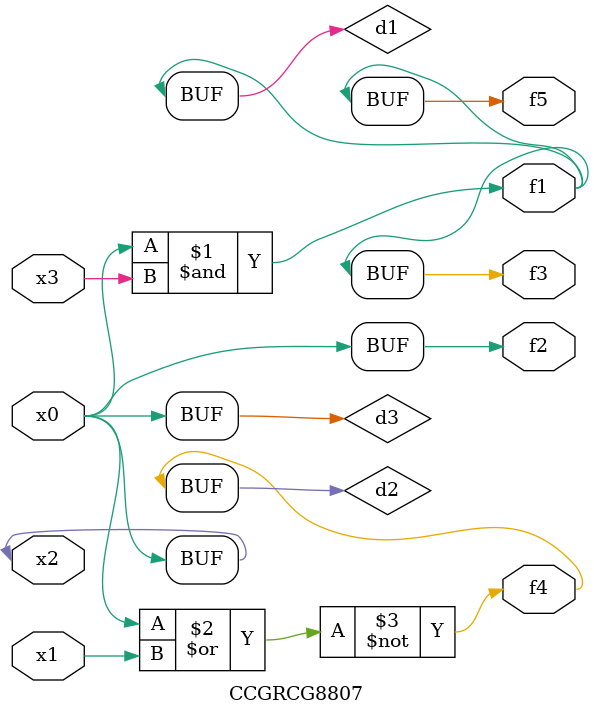
<source format=v>
module CCGRCG8807(
	input x0, x1, x2, x3,
	output f1, f2, f3, f4, f5
);

	wire d1, d2, d3;

	and (d1, x2, x3);
	nor (d2, x0, x1);
	buf (d3, x0, x2);
	assign f1 = d1;
	assign f2 = d3;
	assign f3 = d1;
	assign f4 = d2;
	assign f5 = d1;
endmodule

</source>
